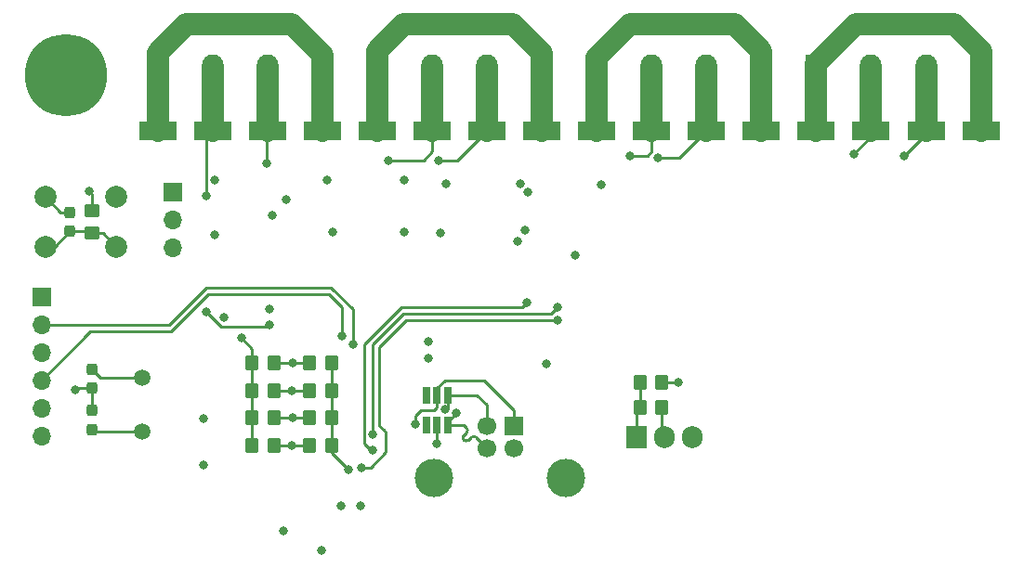
<source format=gbl>
G04 #@! TF.GenerationSoftware,KiCad,Pcbnew,(6.0.1)*
G04 #@! TF.CreationDate,2022-08-11T12:27:20+02:00*
G04 #@! TF.ProjectId,DMX,444d582e-6b69-4636-9164-5f7063625858,rev?*
G04 #@! TF.SameCoordinates,Original*
G04 #@! TF.FileFunction,Copper,L4,Bot*
G04 #@! TF.FilePolarity,Positive*
%FSLAX46Y46*%
G04 Gerber Fmt 4.6, Leading zero omitted, Abs format (unit mm)*
G04 Created by KiCad (PCBNEW (6.0.1)) date 2022-08-11 12:27:20*
%MOMM*%
%LPD*%
G01*
G04 APERTURE LIST*
G04 Aperture macros list*
%AMRoundRect*
0 Rectangle with rounded corners*
0 $1 Rounding radius*
0 $2 $3 $4 $5 $6 $7 $8 $9 X,Y pos of 4 corners*
0 Add a 4 corners polygon primitive as box body*
4,1,4,$2,$3,$4,$5,$6,$7,$8,$9,$2,$3,0*
0 Add four circle primitives for the rounded corners*
1,1,$1+$1,$2,$3*
1,1,$1+$1,$4,$5*
1,1,$1+$1,$6,$7*
1,1,$1+$1,$8,$9*
0 Add four rect primitives between the rounded corners*
20,1,$1+$1,$2,$3,$4,$5,0*
20,1,$1+$1,$4,$5,$6,$7,0*
20,1,$1+$1,$6,$7,$8,$9,0*
20,1,$1+$1,$8,$9,$2,$3,0*%
G04 Aperture macros list end*
G04 #@! TA.AperFunction,ComponentPad*
%ADD10R,1.980000X3.960000*%
G04 #@! TD*
G04 #@! TA.AperFunction,ComponentPad*
%ADD11O,1.980000X3.960000*%
G04 #@! TD*
G04 #@! TA.AperFunction,ComponentPad*
%ADD12R,1.700000X1.700000*%
G04 #@! TD*
G04 #@! TA.AperFunction,ComponentPad*
%ADD13O,1.700000X1.700000*%
G04 #@! TD*
G04 #@! TA.AperFunction,ComponentPad*
%ADD14C,1.700000*%
G04 #@! TD*
G04 #@! TA.AperFunction,ComponentPad*
%ADD15C,3.500000*%
G04 #@! TD*
G04 #@! TA.AperFunction,ComponentPad*
%ADD16C,2.000000*%
G04 #@! TD*
G04 #@! TA.AperFunction,ComponentPad*
%ADD17C,1.500000*%
G04 #@! TD*
G04 #@! TA.AperFunction,ComponentPad*
%ADD18R,1.905000X2.000000*%
G04 #@! TD*
G04 #@! TA.AperFunction,ComponentPad*
%ADD19O,1.905000X2.000000*%
G04 #@! TD*
G04 #@! TA.AperFunction,SMDPad,CuDef*
%ADD20RoundRect,0.250000X-0.350000X-0.450000X0.350000X-0.450000X0.350000X0.450000X-0.350000X0.450000X0*%
G04 #@! TD*
G04 #@! TA.AperFunction,SMDPad,CuDef*
%ADD21RoundRect,0.250000X-0.450000X0.350000X-0.450000X-0.350000X0.450000X-0.350000X0.450000X0.350000X0*%
G04 #@! TD*
G04 #@! TA.AperFunction,SMDPad,CuDef*
%ADD22RoundRect,0.237500X0.237500X-0.300000X0.237500X0.300000X-0.237500X0.300000X-0.237500X-0.300000X0*%
G04 #@! TD*
G04 #@! TA.AperFunction,SMDPad,CuDef*
%ADD23R,3.500000X1.800000*%
G04 #@! TD*
G04 #@! TA.AperFunction,SMDPad,CuDef*
%ADD24RoundRect,0.237500X-0.237500X0.300000X-0.237500X-0.300000X0.237500X-0.300000X0.237500X0.300000X0*%
G04 #@! TD*
G04 #@! TA.AperFunction,ComponentPad*
%ADD25C,7.500000*%
G04 #@! TD*
G04 #@! TA.AperFunction,SMDPad,CuDef*
%ADD26R,0.650000X1.560000*%
G04 #@! TD*
G04 #@! TA.AperFunction,ViaPad*
%ADD27C,0.800000*%
G04 #@! TD*
G04 #@! TA.AperFunction,Conductor*
%ADD28C,0.250000*%
G04 #@! TD*
G04 #@! TA.AperFunction,Conductor*
%ADD29C,2.000000*%
G04 #@! TD*
G04 APERTURE END LIST*
D10*
X104800000Y-82500000D03*
D11*
X109800000Y-82500000D03*
X114800000Y-82500000D03*
D10*
X84800000Y-82500000D03*
D11*
X89800000Y-82500000D03*
X94800000Y-82500000D03*
D10*
X64800000Y-82500000D03*
D11*
X69800000Y-82500000D03*
X74800000Y-82500000D03*
D12*
X34200000Y-102650000D03*
D13*
X34200000Y-105190000D03*
X34200000Y-107730000D03*
X34200000Y-110270000D03*
X34200000Y-112810000D03*
X34200000Y-115350000D03*
D10*
X44800000Y-82500000D03*
D11*
X49800000Y-82500000D03*
X54800000Y-82500000D03*
D12*
X77250000Y-114422500D03*
D14*
X74750000Y-114422500D03*
X74750000Y-116422500D03*
X77250000Y-116422500D03*
D15*
X82020000Y-119132500D03*
X69980000Y-119132500D03*
D16*
X34550000Y-93550000D03*
X41050000Y-93550000D03*
X34550000Y-98050000D03*
X41050000Y-98050000D03*
D17*
X43400000Y-110050000D03*
X43400000Y-114950000D03*
D18*
X88460000Y-115430000D03*
D19*
X91000000Y-115430000D03*
X93540000Y-115430000D03*
D12*
X46200000Y-93075000D03*
D13*
X46200000Y-95615000D03*
X46200000Y-98155000D03*
D20*
X58650000Y-113700000D03*
X60650000Y-113700000D03*
X88750000Y-112725000D03*
X90750000Y-112725000D03*
X58650000Y-108700000D03*
X60650000Y-108700000D03*
X53400000Y-113700000D03*
X55400000Y-113700000D03*
D21*
X38830000Y-94800000D03*
X38830000Y-96800000D03*
D20*
X58650000Y-111200000D03*
X60650000Y-111200000D03*
D22*
X36800000Y-96662500D03*
X36800000Y-94937500D03*
D20*
X53400000Y-116200000D03*
X55400000Y-116200000D03*
D23*
X74800000Y-87500000D03*
X79800000Y-87500000D03*
D24*
X38800000Y-109262500D03*
X38800000Y-110987500D03*
D23*
X114800000Y-87500000D03*
X119800000Y-87500000D03*
X49800000Y-87500000D03*
X44800000Y-87500000D03*
D20*
X88750000Y-110475000D03*
X90750000Y-110475000D03*
D23*
X54800000Y-87500000D03*
X59800000Y-87500000D03*
X109800000Y-87500000D03*
X104800000Y-87500000D03*
D22*
X38800000Y-114737500D03*
X38800000Y-113012500D03*
D25*
X36400000Y-82400000D03*
D23*
X69800000Y-87500000D03*
X64800000Y-87500000D03*
D20*
X53400000Y-111200000D03*
X55400000Y-111200000D03*
X53400000Y-108700000D03*
X55400000Y-108700000D03*
D26*
X71200000Y-114350000D03*
X70250000Y-114350000D03*
X69300000Y-114350000D03*
X69300000Y-111650000D03*
X70250000Y-111650000D03*
X71200000Y-111650000D03*
D23*
X89800000Y-87500000D03*
X84800000Y-87500000D03*
D20*
X58650000Y-116200000D03*
X60650000Y-116200000D03*
D23*
X94800000Y-87500000D03*
X99800000Y-87500000D03*
D27*
X68250000Y-114250000D03*
X69500000Y-108250000D03*
X70250000Y-116000000D03*
X60250000Y-92000000D03*
X62200000Y-118400000D03*
X82800000Y-98850000D03*
X92250000Y-110475000D03*
X56250000Y-124000000D03*
X61500000Y-121750000D03*
X77550000Y-97600000D03*
X80250000Y-108750000D03*
X37300000Y-111125000D03*
X50000000Y-92000000D03*
X78550000Y-93100000D03*
X67250000Y-96750000D03*
X55000000Y-103800000D03*
X55250000Y-95250000D03*
X71050000Y-92350000D03*
X49000000Y-113750000D03*
X62600000Y-107000000D03*
X78300000Y-96600000D03*
X56500000Y-93750000D03*
X60750000Y-96750000D03*
X38550000Y-93050000D03*
X49000000Y-118000000D03*
X70550000Y-96850000D03*
X77800000Y-92350000D03*
X85200000Y-92400000D03*
X50000000Y-97000000D03*
X52400000Y-106400000D03*
X50800000Y-104500000D03*
X69500000Y-106750000D03*
X67250000Y-92000000D03*
X63250000Y-121750000D03*
X59750000Y-125750000D03*
X90400000Y-90000000D03*
X87800000Y-89800000D03*
X112800000Y-89800000D03*
X108200000Y-89600000D03*
X54700000Y-90500000D03*
X49200000Y-93400000D03*
X70400000Y-90200000D03*
X65800000Y-90200000D03*
X61600000Y-106200000D03*
X55000000Y-105200000D03*
X49186759Y-104000000D03*
X72000000Y-113250000D03*
X70989613Y-112933071D03*
X63400000Y-118200000D03*
X81200000Y-104800000D03*
X64400000Y-116600000D03*
X78400000Y-103200000D03*
X64400000Y-115200000D03*
X81200000Y-103600000D03*
X57100000Y-108700000D03*
X57000000Y-111200000D03*
X57100000Y-113700000D03*
X57000000Y-116200000D03*
D28*
X71000000Y-110250000D02*
X74500000Y-110250000D01*
X74500000Y-110250000D02*
X77250000Y-113000000D01*
X77250000Y-113000000D02*
X77250000Y-114422500D01*
X70000000Y-113000000D02*
X70250000Y-112750000D01*
X68750000Y-113000000D02*
X70000000Y-113000000D01*
X70250000Y-111000000D02*
X71000000Y-110250000D01*
X68250000Y-114250000D02*
X68250000Y-113500000D01*
X70250000Y-111650000D02*
X70250000Y-111000000D01*
X70250000Y-112750000D02*
X70250000Y-111650000D01*
X68250000Y-113500000D02*
X68750000Y-113000000D01*
X38800000Y-110987500D02*
X37437500Y-110987500D01*
X60650000Y-113700000D02*
X60650000Y-111200000D01*
D29*
X64800000Y-82500000D02*
X64800000Y-80200000D01*
X104800000Y-81400000D02*
X108400000Y-77800000D01*
D28*
X60650000Y-116200000D02*
X60650000Y-113700000D01*
X37437500Y-110987500D02*
X37300000Y-111125000D01*
D29*
X99800000Y-80200000D02*
X99800000Y-87500000D01*
D28*
X90750000Y-110475000D02*
X92250000Y-110475000D01*
D29*
X67200000Y-77800000D02*
X77200000Y-77800000D01*
D28*
X60650000Y-111200000D02*
X60650000Y-108700000D01*
X35937500Y-94937500D02*
X36800000Y-94937500D01*
X60650000Y-116850000D02*
X62200000Y-118400000D01*
D29*
X84800000Y-87500000D02*
X84800000Y-82500000D01*
X84800000Y-82500000D02*
X84800000Y-80800000D01*
X79800000Y-80400000D02*
X79800000Y-87500000D01*
X57000000Y-77800000D02*
X47400000Y-77800000D01*
X64800000Y-87500000D02*
X64800000Y-82500000D01*
X77200000Y-77800000D02*
X79800000Y-80400000D01*
X64800000Y-80200000D02*
X67200000Y-77800000D01*
X44800000Y-87500000D02*
X44800000Y-82500000D01*
X84800000Y-80800000D02*
X87800000Y-77800000D01*
D28*
X34550000Y-93550000D02*
X35937500Y-94937500D01*
X70250000Y-114350000D02*
X70250000Y-116000000D01*
D29*
X104800000Y-82500000D02*
X104800000Y-81400000D01*
X59800000Y-80600000D02*
X57000000Y-77800000D01*
X117400000Y-77800000D02*
X119800000Y-80200000D01*
X104800000Y-87500000D02*
X104800000Y-82500000D01*
X119800000Y-80200000D02*
X119800000Y-87500000D01*
X108400000Y-77800000D02*
X117400000Y-77800000D01*
X59800000Y-87500000D02*
X59800000Y-80600000D01*
X87800000Y-77800000D02*
X97400000Y-77800000D01*
D28*
X60650000Y-116200000D02*
X60650000Y-116850000D01*
D29*
X47400000Y-77800000D02*
X44800000Y-80400000D01*
D28*
X38800000Y-113012500D02*
X38800000Y-110987500D01*
D29*
X44800000Y-80400000D02*
X44800000Y-82500000D01*
X97400000Y-77800000D02*
X99800000Y-80200000D01*
D28*
X36800000Y-96662500D02*
X38692500Y-96662500D01*
X34550000Y-98050000D02*
X35412500Y-98050000D01*
X38692500Y-96662500D02*
X38830000Y-96800000D01*
X35412500Y-98050000D02*
X36800000Y-96662500D01*
X38830000Y-96800000D02*
X39800000Y-96800000D01*
X39800000Y-96800000D02*
X41050000Y-98050000D01*
X62600000Y-103800000D02*
X62600000Y-107000000D01*
X45810000Y-105190000D02*
X49200000Y-101800000D01*
X34200000Y-105190000D02*
X45810000Y-105190000D01*
X49200000Y-101800000D02*
X60600000Y-101800000D01*
X60600000Y-101800000D02*
X62600000Y-103800000D01*
X39587500Y-110050000D02*
X38800000Y-109262500D01*
X43400000Y-110050000D02*
X39587500Y-110050000D01*
X39012500Y-114950000D02*
X38800000Y-114737500D01*
X43400000Y-114950000D02*
X39012500Y-114950000D01*
X38830000Y-93330000D02*
X38550000Y-93050000D01*
X90750000Y-115205000D02*
X91000000Y-115455000D01*
X53400000Y-108700000D02*
X53400000Y-107400000D01*
X53400000Y-113700000D02*
X53400000Y-111200000D01*
X53400000Y-116200000D02*
X53400000Y-113700000D01*
X53400000Y-107400000D02*
X52400000Y-106400000D01*
X38830000Y-94800000D02*
X38830000Y-93330000D01*
X90750000Y-112725000D02*
X90750000Y-115205000D01*
X53400000Y-111200000D02*
X53400000Y-108700000D01*
X92300000Y-90000000D02*
X94800000Y-87500000D01*
X90400000Y-90000000D02*
X92300000Y-90000000D01*
D29*
X94800000Y-82500000D02*
X94800000Y-87500000D01*
X89800000Y-82500000D02*
X89800000Y-87500000D01*
D28*
X87800000Y-89800000D02*
X89400000Y-89800000D01*
X89400000Y-89800000D02*
X89800000Y-89400000D01*
X89800000Y-89400000D02*
X89800000Y-87500000D01*
D29*
X114800000Y-82500000D02*
X114800000Y-87500000D01*
D28*
X114800000Y-87500000D02*
X114800000Y-87800000D01*
X114800000Y-87800000D02*
X112800000Y-89800000D01*
X109800000Y-88000000D02*
X109800000Y-87500000D01*
D29*
X109800000Y-82500000D02*
X109800000Y-87500000D01*
D28*
X108200000Y-89600000D02*
X109800000Y-88000000D01*
X54700000Y-87600000D02*
X54800000Y-87500000D01*
X54700000Y-90500000D02*
X54700000Y-87600000D01*
D29*
X54800000Y-82500000D02*
X54800000Y-87500000D01*
D28*
X49200000Y-88100000D02*
X49800000Y-87500000D01*
X49200000Y-93400000D02*
X49200000Y-88100000D01*
D29*
X49800000Y-82500000D02*
X49800000Y-87500000D01*
D28*
X72100000Y-90200000D02*
X74800000Y-87500000D01*
D29*
X74800000Y-82500000D02*
X74800000Y-87500000D01*
D28*
X70400000Y-90200000D02*
X72100000Y-90200000D01*
X69800000Y-89400000D02*
X69800000Y-87500000D01*
X65800000Y-90200000D02*
X69000000Y-90200000D01*
X69000000Y-90200000D02*
X69800000Y-89400000D01*
D29*
X69800000Y-82500000D02*
X69800000Y-87500000D01*
D28*
X38670000Y-105800000D02*
X34200000Y-110270000D01*
X61600000Y-106200000D02*
X61600000Y-103600000D01*
X46000000Y-105800000D02*
X38670000Y-105800000D01*
X60400000Y-102400000D02*
X49400000Y-102400000D01*
X61600000Y-103600000D02*
X60400000Y-102400000D01*
X49400000Y-102400000D02*
X46000000Y-105800000D01*
X50586759Y-105400000D02*
X54800000Y-105400000D01*
X49186759Y-104000000D02*
X50586759Y-105400000D01*
X54800000Y-105400000D02*
X55000000Y-105200000D01*
X88460000Y-115455000D02*
X88460000Y-113015000D01*
X88460000Y-113015000D02*
X88750000Y-112725000D01*
X88750000Y-110475000D02*
X88750000Y-112725000D01*
X72940221Y-114612721D02*
X72677500Y-114350000D01*
X73364485Y-115461249D02*
X73364484Y-115461249D01*
X72681712Y-115295492D02*
X72681712Y-115295491D01*
X72940220Y-114612720D02*
X72940221Y-114612721D01*
X72681712Y-115295491D02*
X72940220Y-115036984D01*
X72677500Y-114350000D02*
X71200000Y-114350000D01*
X72000000Y-113250000D02*
X71200000Y-114050000D01*
X71200000Y-114050000D02*
X71200000Y-114350000D01*
X74750000Y-116422500D02*
X73788750Y-115461250D01*
X73364484Y-115461249D02*
X73105977Y-115719757D01*
X72940219Y-114612721D02*
G75*
G02*
X72940219Y-115036983I-212131J-212131D01*
G01*
X72681712Y-115295492D02*
G75*
G03*
X72681713Y-115719757I212128J-212132D01*
G01*
X73364485Y-115461249D02*
G75*
G02*
X73788750Y-115461250I212132J-212128D01*
G01*
X72681714Y-115719756D02*
G75*
G03*
X73105976Y-115719756I212131J212131D01*
G01*
X74750000Y-112500000D02*
X74750000Y-114422500D01*
X73900000Y-111650000D02*
X74750000Y-112500000D01*
X71200000Y-112722684D02*
X70989613Y-112933071D01*
X71200000Y-111650000D02*
X73900000Y-111650000D01*
X71200000Y-111650000D02*
X71200000Y-112722684D01*
X64200000Y-118200000D02*
X63400000Y-118200000D01*
X76400000Y-104800000D02*
X67400000Y-104800000D01*
X65000000Y-114200000D02*
X65000000Y-114400000D01*
X65000000Y-114400000D02*
X65400000Y-114800000D01*
X65400000Y-114800000D02*
X65600000Y-115000000D01*
X65000000Y-107200000D02*
X65000000Y-114200000D01*
X65600000Y-116800000D02*
X64200000Y-118200000D01*
X81200000Y-104800000D02*
X76400000Y-104800000D01*
X67400000Y-104800000D02*
X65000000Y-107200000D01*
X65600000Y-115000000D02*
X65600000Y-116800000D01*
X64200000Y-116600000D02*
X63600000Y-116000000D01*
X63600000Y-111800000D02*
X63600000Y-107000000D01*
X63600000Y-107000000D02*
X64400000Y-106200000D01*
X64400000Y-106200000D02*
X67000000Y-103600000D01*
X78000000Y-103600000D02*
X78400000Y-103200000D01*
X63600000Y-116000000D02*
X63600000Y-111800000D01*
X64400000Y-116600000D02*
X64200000Y-116600000D01*
X67000000Y-103600000D02*
X77600000Y-103600000D01*
X77600000Y-103600000D02*
X78000000Y-103600000D01*
X64400000Y-115200000D02*
X64400000Y-107000000D01*
X67200000Y-104200000D02*
X75400000Y-104200000D01*
X75400000Y-104200000D02*
X80600000Y-104200000D01*
X64400000Y-107000000D02*
X67200000Y-104200000D01*
X80600000Y-104200000D02*
X81200000Y-103600000D01*
X55400000Y-108700000D02*
X58650000Y-108700000D01*
X55400000Y-111200000D02*
X58650000Y-111200000D01*
X55400000Y-113700000D02*
X58650000Y-113700000D01*
X55400000Y-116200000D02*
X58650000Y-116200000D01*
M02*

</source>
